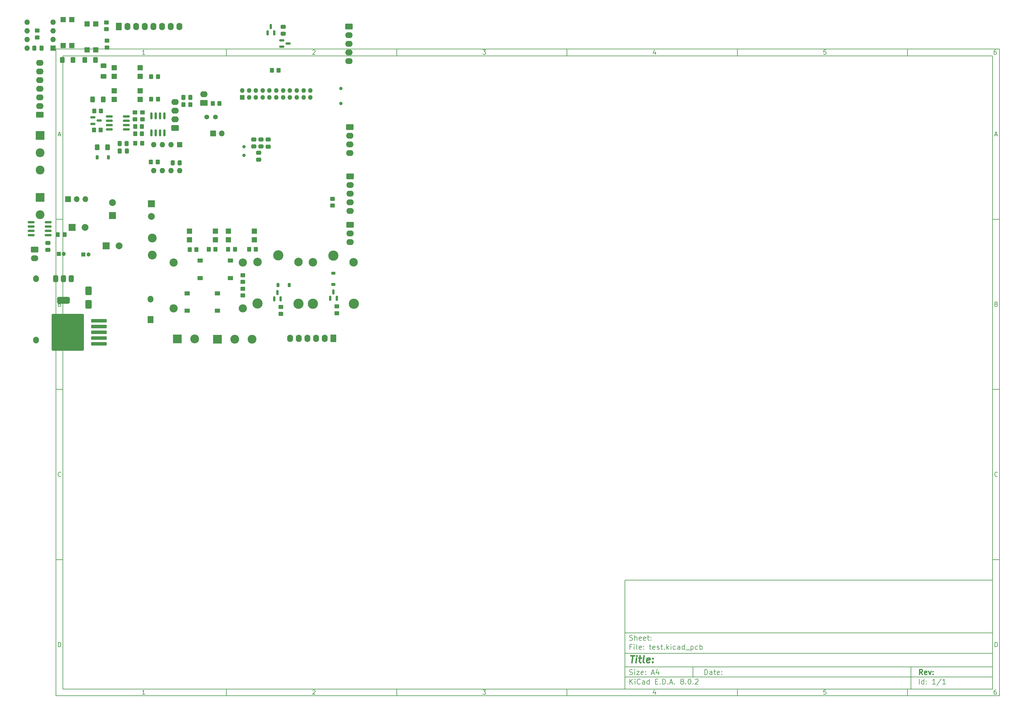
<source format=gbr>
%TF.GenerationSoftware,KiCad,Pcbnew,8.0.2-8.0.2-0~ubuntu22.04.1*%
%TF.CreationDate,2024-05-24T20:00:57+03:30*%
%TF.ProjectId,test,74657374-2e6b-4696-9361-645f70636258,rev?*%
%TF.SameCoordinates,Original*%
%TF.FileFunction,Soldermask,Bot*%
%TF.FilePolarity,Negative*%
%FSLAX46Y46*%
G04 Gerber Fmt 4.6, Leading zero omitted, Abs format (unit mm)*
G04 Created by KiCad (PCBNEW 8.0.2-8.0.2-0~ubuntu22.04.1) date 2024-05-24 20:00:57*
%MOMM*%
%LPD*%
G01*
G04 APERTURE LIST*
G04 Aperture macros list*
%AMRoundRect*
0 Rectangle with rounded corners*
0 $1 Rounding radius*
0 $2 $3 $4 $5 $6 $7 $8 $9 X,Y pos of 4 corners*
0 Add a 4 corners polygon primitive as box body*
4,1,4,$2,$3,$4,$5,$6,$7,$8,$9,$2,$3,0*
0 Add four circle primitives for the rounded corners*
1,1,$1+$1,$2,$3*
1,1,$1+$1,$4,$5*
1,1,$1+$1,$6,$7*
1,1,$1+$1,$8,$9*
0 Add four rect primitives between the rounded corners*
20,1,$1+$1,$2,$3,$4,$5,0*
20,1,$1+$1,$4,$5,$6,$7,0*
20,1,$1+$1,$6,$7,$8,$9,0*
20,1,$1+$1,$8,$9,$2,$3,0*%
G04 Aperture macros list end*
%ADD10C,0.100000*%
%ADD11C,0.150000*%
%ADD12C,0.300000*%
%ADD13C,0.400000*%
%ADD14C,3.000000*%
%ADD15C,2.500000*%
%ADD16R,2.000000X2.000000*%
%ADD17C,2.000000*%
%ADD18RoundRect,0.250000X0.845000X-0.620000X0.845000X0.620000X-0.845000X0.620000X-0.845000X-0.620000X0*%
%ADD19O,2.190000X1.740000*%
%ADD20R,1.700000X2.000000*%
%ADD21O,1.700000X2.000000*%
%ADD22RoundRect,0.250000X0.620000X0.845000X-0.620000X0.845000X-0.620000X-0.845000X0.620000X-0.845000X0*%
%ADD23O,1.740000X2.190000*%
%ADD24RoundRect,0.250000X-0.845000X0.620000X-0.845000X-0.620000X0.845000X-0.620000X0.845000X0.620000X0*%
%ADD25C,1.400000*%
%ADD26R,2.600000X2.600000*%
%ADD27C,2.600000*%
%ADD28C,2.400000*%
%ADD29O,2.400000X2.400000*%
%ADD30C,1.000000*%
%ADD31R,1.200000X1.200000*%
%ADD32C,1.200000*%
%ADD33R,1.600000X1.600000*%
%ADD34O,1.600000X1.600000*%
%ADD35R,1.700000X1.700000*%
%ADD36O,1.700000X1.700000*%
%ADD37RoundRect,0.250000X-0.620000X-0.845000X0.620000X-0.845000X0.620000X0.845000X-0.620000X0.845000X0*%
%ADD38R,1.350000X1.350000*%
%ADD39O,1.350000X1.350000*%
%ADD40RoundRect,0.375000X-0.375000X0.625000X-0.375000X-0.625000X0.375000X-0.625000X0.375000X0.625000X0*%
%ADD41RoundRect,0.500000X-1.400000X0.500000X-1.400000X-0.500000X1.400000X-0.500000X1.400000X0.500000X0*%
%ADD42RoundRect,0.250000X-0.450000X0.350000X-0.450000X-0.350000X0.450000X-0.350000X0.450000X0.350000X0*%
%ADD43RoundRect,0.150000X-0.587500X-0.150000X0.587500X-0.150000X0.587500X0.150000X-0.587500X0.150000X0*%
%ADD44RoundRect,0.250000X0.450000X-0.350000X0.450000X0.350000X-0.450000X0.350000X-0.450000X-0.350000X0*%
%ADD45R,1.500000X1.300000*%
%ADD46RoundRect,0.250000X-0.400000X-0.625000X0.400000X-0.625000X0.400000X0.625000X-0.400000X0.625000X0*%
%ADD47RoundRect,0.250000X0.350000X0.450000X-0.350000X0.450000X-0.350000X-0.450000X0.350000X-0.450000X0*%
%ADD48RoundRect,0.225000X-0.375000X0.225000X-0.375000X-0.225000X0.375000X-0.225000X0.375000X0.225000X0*%
%ADD49RoundRect,0.250000X0.337500X0.475000X-0.337500X0.475000X-0.337500X-0.475000X0.337500X-0.475000X0*%
%ADD50RoundRect,0.150000X0.150000X-0.587500X0.150000X0.587500X-0.150000X0.587500X-0.150000X-0.587500X0*%
%ADD51RoundRect,0.250000X0.475000X-0.337500X0.475000X0.337500X-0.475000X0.337500X-0.475000X-0.337500X0*%
%ADD52RoundRect,0.150000X-0.825000X-0.150000X0.825000X-0.150000X0.825000X0.150000X-0.825000X0.150000X0*%
%ADD53RoundRect,0.250000X-0.625000X0.400000X-0.625000X-0.400000X0.625000X-0.400000X0.625000X0.400000X0*%
%ADD54RoundRect,0.250000X2.050000X0.300000X-2.050000X0.300000X-2.050000X-0.300000X2.050000X-0.300000X0*%
%ADD55RoundRect,0.250002X4.449998X5.149998X-4.449998X5.149998X-4.449998X-5.149998X4.449998X-5.149998X0*%
%ADD56RoundRect,0.250000X-0.350000X-0.450000X0.350000X-0.450000X0.350000X0.450000X-0.350000X0.450000X0*%
%ADD57RoundRect,0.225000X0.225000X0.375000X-0.225000X0.375000X-0.225000X-0.375000X0.225000X-0.375000X0*%
%ADD58RoundRect,0.250000X0.400000X0.625000X-0.400000X0.625000X-0.400000X-0.625000X0.400000X-0.625000X0*%
%ADD59RoundRect,0.250000X-0.475000X0.337500X-0.475000X-0.337500X0.475000X-0.337500X0.475000X0.337500X0*%
%ADD60RoundRect,0.250000X-0.337500X-0.475000X0.337500X-0.475000X0.337500X0.475000X-0.337500X0.475000X0*%
%ADD61RoundRect,0.225000X-0.225000X-0.375000X0.225000X-0.375000X0.225000X0.375000X-0.225000X0.375000X0*%
%ADD62RoundRect,0.150000X-0.150000X0.825000X-0.150000X-0.825000X0.150000X-0.825000X0.150000X0.825000X0*%
%ADD63RoundRect,0.150000X0.825000X0.150000X-0.825000X0.150000X-0.825000X-0.150000X0.825000X-0.150000X0*%
%ADD64RoundRect,0.250000X0.650000X-1.000000X0.650000X1.000000X-0.650000X1.000000X-0.650000X-1.000000X0*%
G04 APERTURE END LIST*
D10*
D11*
X177002200Y-166007200D02*
X285002200Y-166007200D01*
X285002200Y-198007200D01*
X177002200Y-198007200D01*
X177002200Y-166007200D01*
D10*
D11*
X10000000Y-10000000D02*
X287002200Y-10000000D01*
X287002200Y-200007200D01*
X10000000Y-200007200D01*
X10000000Y-10000000D01*
D10*
D11*
X12000000Y-12000000D02*
X285002200Y-12000000D01*
X285002200Y-198007200D01*
X12000000Y-198007200D01*
X12000000Y-12000000D01*
D10*
D11*
X60000000Y-12000000D02*
X60000000Y-10000000D01*
D10*
D11*
X110000000Y-12000000D02*
X110000000Y-10000000D01*
D10*
D11*
X160000000Y-12000000D02*
X160000000Y-10000000D01*
D10*
D11*
X210000000Y-12000000D02*
X210000000Y-10000000D01*
D10*
D11*
X260000000Y-12000000D02*
X260000000Y-10000000D01*
D10*
D11*
X36089160Y-11593604D02*
X35346303Y-11593604D01*
X35717731Y-11593604D02*
X35717731Y-10293604D01*
X35717731Y-10293604D02*
X35593922Y-10479319D01*
X35593922Y-10479319D02*
X35470112Y-10603128D01*
X35470112Y-10603128D02*
X35346303Y-10665033D01*
D10*
D11*
X85346303Y-10417414D02*
X85408207Y-10355509D01*
X85408207Y-10355509D02*
X85532017Y-10293604D01*
X85532017Y-10293604D02*
X85841541Y-10293604D01*
X85841541Y-10293604D02*
X85965350Y-10355509D01*
X85965350Y-10355509D02*
X86027255Y-10417414D01*
X86027255Y-10417414D02*
X86089160Y-10541223D01*
X86089160Y-10541223D02*
X86089160Y-10665033D01*
X86089160Y-10665033D02*
X86027255Y-10850747D01*
X86027255Y-10850747D02*
X85284398Y-11593604D01*
X85284398Y-11593604D02*
X86089160Y-11593604D01*
D10*
D11*
X135284398Y-10293604D02*
X136089160Y-10293604D01*
X136089160Y-10293604D02*
X135655826Y-10788842D01*
X135655826Y-10788842D02*
X135841541Y-10788842D01*
X135841541Y-10788842D02*
X135965350Y-10850747D01*
X135965350Y-10850747D02*
X136027255Y-10912652D01*
X136027255Y-10912652D02*
X136089160Y-11036461D01*
X136089160Y-11036461D02*
X136089160Y-11345985D01*
X136089160Y-11345985D02*
X136027255Y-11469795D01*
X136027255Y-11469795D02*
X135965350Y-11531700D01*
X135965350Y-11531700D02*
X135841541Y-11593604D01*
X135841541Y-11593604D02*
X135470112Y-11593604D01*
X135470112Y-11593604D02*
X135346303Y-11531700D01*
X135346303Y-11531700D02*
X135284398Y-11469795D01*
D10*
D11*
X185965350Y-10726938D02*
X185965350Y-11593604D01*
X185655826Y-10231700D02*
X185346303Y-11160271D01*
X185346303Y-11160271D02*
X186151064Y-11160271D01*
D10*
D11*
X236027255Y-10293604D02*
X235408207Y-10293604D01*
X235408207Y-10293604D02*
X235346303Y-10912652D01*
X235346303Y-10912652D02*
X235408207Y-10850747D01*
X235408207Y-10850747D02*
X235532017Y-10788842D01*
X235532017Y-10788842D02*
X235841541Y-10788842D01*
X235841541Y-10788842D02*
X235965350Y-10850747D01*
X235965350Y-10850747D02*
X236027255Y-10912652D01*
X236027255Y-10912652D02*
X236089160Y-11036461D01*
X236089160Y-11036461D02*
X236089160Y-11345985D01*
X236089160Y-11345985D02*
X236027255Y-11469795D01*
X236027255Y-11469795D02*
X235965350Y-11531700D01*
X235965350Y-11531700D02*
X235841541Y-11593604D01*
X235841541Y-11593604D02*
X235532017Y-11593604D01*
X235532017Y-11593604D02*
X235408207Y-11531700D01*
X235408207Y-11531700D02*
X235346303Y-11469795D01*
D10*
D11*
X285965350Y-10293604D02*
X285717731Y-10293604D01*
X285717731Y-10293604D02*
X285593922Y-10355509D01*
X285593922Y-10355509D02*
X285532017Y-10417414D01*
X285532017Y-10417414D02*
X285408207Y-10603128D01*
X285408207Y-10603128D02*
X285346303Y-10850747D01*
X285346303Y-10850747D02*
X285346303Y-11345985D01*
X285346303Y-11345985D02*
X285408207Y-11469795D01*
X285408207Y-11469795D02*
X285470112Y-11531700D01*
X285470112Y-11531700D02*
X285593922Y-11593604D01*
X285593922Y-11593604D02*
X285841541Y-11593604D01*
X285841541Y-11593604D02*
X285965350Y-11531700D01*
X285965350Y-11531700D02*
X286027255Y-11469795D01*
X286027255Y-11469795D02*
X286089160Y-11345985D01*
X286089160Y-11345985D02*
X286089160Y-11036461D01*
X286089160Y-11036461D02*
X286027255Y-10912652D01*
X286027255Y-10912652D02*
X285965350Y-10850747D01*
X285965350Y-10850747D02*
X285841541Y-10788842D01*
X285841541Y-10788842D02*
X285593922Y-10788842D01*
X285593922Y-10788842D02*
X285470112Y-10850747D01*
X285470112Y-10850747D02*
X285408207Y-10912652D01*
X285408207Y-10912652D02*
X285346303Y-11036461D01*
D10*
D11*
X60000000Y-198007200D02*
X60000000Y-200007200D01*
D10*
D11*
X110000000Y-198007200D02*
X110000000Y-200007200D01*
D10*
D11*
X160000000Y-198007200D02*
X160000000Y-200007200D01*
D10*
D11*
X210000000Y-198007200D02*
X210000000Y-200007200D01*
D10*
D11*
X260000000Y-198007200D02*
X260000000Y-200007200D01*
D10*
D11*
X36089160Y-199600804D02*
X35346303Y-199600804D01*
X35717731Y-199600804D02*
X35717731Y-198300804D01*
X35717731Y-198300804D02*
X35593922Y-198486519D01*
X35593922Y-198486519D02*
X35470112Y-198610328D01*
X35470112Y-198610328D02*
X35346303Y-198672233D01*
D10*
D11*
X85346303Y-198424614D02*
X85408207Y-198362709D01*
X85408207Y-198362709D02*
X85532017Y-198300804D01*
X85532017Y-198300804D02*
X85841541Y-198300804D01*
X85841541Y-198300804D02*
X85965350Y-198362709D01*
X85965350Y-198362709D02*
X86027255Y-198424614D01*
X86027255Y-198424614D02*
X86089160Y-198548423D01*
X86089160Y-198548423D02*
X86089160Y-198672233D01*
X86089160Y-198672233D02*
X86027255Y-198857947D01*
X86027255Y-198857947D02*
X85284398Y-199600804D01*
X85284398Y-199600804D02*
X86089160Y-199600804D01*
D10*
D11*
X135284398Y-198300804D02*
X136089160Y-198300804D01*
X136089160Y-198300804D02*
X135655826Y-198796042D01*
X135655826Y-198796042D02*
X135841541Y-198796042D01*
X135841541Y-198796042D02*
X135965350Y-198857947D01*
X135965350Y-198857947D02*
X136027255Y-198919852D01*
X136027255Y-198919852D02*
X136089160Y-199043661D01*
X136089160Y-199043661D02*
X136089160Y-199353185D01*
X136089160Y-199353185D02*
X136027255Y-199476995D01*
X136027255Y-199476995D02*
X135965350Y-199538900D01*
X135965350Y-199538900D02*
X135841541Y-199600804D01*
X135841541Y-199600804D02*
X135470112Y-199600804D01*
X135470112Y-199600804D02*
X135346303Y-199538900D01*
X135346303Y-199538900D02*
X135284398Y-199476995D01*
D10*
D11*
X185965350Y-198734138D02*
X185965350Y-199600804D01*
X185655826Y-198238900D02*
X185346303Y-199167471D01*
X185346303Y-199167471D02*
X186151064Y-199167471D01*
D10*
D11*
X236027255Y-198300804D02*
X235408207Y-198300804D01*
X235408207Y-198300804D02*
X235346303Y-198919852D01*
X235346303Y-198919852D02*
X235408207Y-198857947D01*
X235408207Y-198857947D02*
X235532017Y-198796042D01*
X235532017Y-198796042D02*
X235841541Y-198796042D01*
X235841541Y-198796042D02*
X235965350Y-198857947D01*
X235965350Y-198857947D02*
X236027255Y-198919852D01*
X236027255Y-198919852D02*
X236089160Y-199043661D01*
X236089160Y-199043661D02*
X236089160Y-199353185D01*
X236089160Y-199353185D02*
X236027255Y-199476995D01*
X236027255Y-199476995D02*
X235965350Y-199538900D01*
X235965350Y-199538900D02*
X235841541Y-199600804D01*
X235841541Y-199600804D02*
X235532017Y-199600804D01*
X235532017Y-199600804D02*
X235408207Y-199538900D01*
X235408207Y-199538900D02*
X235346303Y-199476995D01*
D10*
D11*
X285965350Y-198300804D02*
X285717731Y-198300804D01*
X285717731Y-198300804D02*
X285593922Y-198362709D01*
X285593922Y-198362709D02*
X285532017Y-198424614D01*
X285532017Y-198424614D02*
X285408207Y-198610328D01*
X285408207Y-198610328D02*
X285346303Y-198857947D01*
X285346303Y-198857947D02*
X285346303Y-199353185D01*
X285346303Y-199353185D02*
X285408207Y-199476995D01*
X285408207Y-199476995D02*
X285470112Y-199538900D01*
X285470112Y-199538900D02*
X285593922Y-199600804D01*
X285593922Y-199600804D02*
X285841541Y-199600804D01*
X285841541Y-199600804D02*
X285965350Y-199538900D01*
X285965350Y-199538900D02*
X286027255Y-199476995D01*
X286027255Y-199476995D02*
X286089160Y-199353185D01*
X286089160Y-199353185D02*
X286089160Y-199043661D01*
X286089160Y-199043661D02*
X286027255Y-198919852D01*
X286027255Y-198919852D02*
X285965350Y-198857947D01*
X285965350Y-198857947D02*
X285841541Y-198796042D01*
X285841541Y-198796042D02*
X285593922Y-198796042D01*
X285593922Y-198796042D02*
X285470112Y-198857947D01*
X285470112Y-198857947D02*
X285408207Y-198919852D01*
X285408207Y-198919852D02*
X285346303Y-199043661D01*
D10*
D11*
X10000000Y-60000000D02*
X12000000Y-60000000D01*
D10*
D11*
X10000000Y-110000000D02*
X12000000Y-110000000D01*
D10*
D11*
X10000000Y-160000000D02*
X12000000Y-160000000D01*
D10*
D11*
X10690476Y-35222176D02*
X11309523Y-35222176D01*
X10566666Y-35593604D02*
X10999999Y-34293604D01*
X10999999Y-34293604D02*
X11433333Y-35593604D01*
D10*
D11*
X11092857Y-84912652D02*
X11278571Y-84974557D01*
X11278571Y-84974557D02*
X11340476Y-85036461D01*
X11340476Y-85036461D02*
X11402380Y-85160271D01*
X11402380Y-85160271D02*
X11402380Y-85345985D01*
X11402380Y-85345985D02*
X11340476Y-85469795D01*
X11340476Y-85469795D02*
X11278571Y-85531700D01*
X11278571Y-85531700D02*
X11154761Y-85593604D01*
X11154761Y-85593604D02*
X10659523Y-85593604D01*
X10659523Y-85593604D02*
X10659523Y-84293604D01*
X10659523Y-84293604D02*
X11092857Y-84293604D01*
X11092857Y-84293604D02*
X11216666Y-84355509D01*
X11216666Y-84355509D02*
X11278571Y-84417414D01*
X11278571Y-84417414D02*
X11340476Y-84541223D01*
X11340476Y-84541223D02*
X11340476Y-84665033D01*
X11340476Y-84665033D02*
X11278571Y-84788842D01*
X11278571Y-84788842D02*
X11216666Y-84850747D01*
X11216666Y-84850747D02*
X11092857Y-84912652D01*
X11092857Y-84912652D02*
X10659523Y-84912652D01*
D10*
D11*
X11402380Y-135469795D02*
X11340476Y-135531700D01*
X11340476Y-135531700D02*
X11154761Y-135593604D01*
X11154761Y-135593604D02*
X11030952Y-135593604D01*
X11030952Y-135593604D02*
X10845238Y-135531700D01*
X10845238Y-135531700D02*
X10721428Y-135407890D01*
X10721428Y-135407890D02*
X10659523Y-135284080D01*
X10659523Y-135284080D02*
X10597619Y-135036461D01*
X10597619Y-135036461D02*
X10597619Y-134850747D01*
X10597619Y-134850747D02*
X10659523Y-134603128D01*
X10659523Y-134603128D02*
X10721428Y-134479319D01*
X10721428Y-134479319D02*
X10845238Y-134355509D01*
X10845238Y-134355509D02*
X11030952Y-134293604D01*
X11030952Y-134293604D02*
X11154761Y-134293604D01*
X11154761Y-134293604D02*
X11340476Y-134355509D01*
X11340476Y-134355509D02*
X11402380Y-134417414D01*
D10*
D11*
X10659523Y-185593604D02*
X10659523Y-184293604D01*
X10659523Y-184293604D02*
X10969047Y-184293604D01*
X10969047Y-184293604D02*
X11154761Y-184355509D01*
X11154761Y-184355509D02*
X11278571Y-184479319D01*
X11278571Y-184479319D02*
X11340476Y-184603128D01*
X11340476Y-184603128D02*
X11402380Y-184850747D01*
X11402380Y-184850747D02*
X11402380Y-185036461D01*
X11402380Y-185036461D02*
X11340476Y-185284080D01*
X11340476Y-185284080D02*
X11278571Y-185407890D01*
X11278571Y-185407890D02*
X11154761Y-185531700D01*
X11154761Y-185531700D02*
X10969047Y-185593604D01*
X10969047Y-185593604D02*
X10659523Y-185593604D01*
D10*
D11*
X287002200Y-60000000D02*
X285002200Y-60000000D01*
D10*
D11*
X287002200Y-110000000D02*
X285002200Y-110000000D01*
D10*
D11*
X287002200Y-160000000D02*
X285002200Y-160000000D01*
D10*
D11*
X285692676Y-35222176D02*
X286311723Y-35222176D01*
X285568866Y-35593604D02*
X286002199Y-34293604D01*
X286002199Y-34293604D02*
X286435533Y-35593604D01*
D10*
D11*
X286095057Y-84912652D02*
X286280771Y-84974557D01*
X286280771Y-84974557D02*
X286342676Y-85036461D01*
X286342676Y-85036461D02*
X286404580Y-85160271D01*
X286404580Y-85160271D02*
X286404580Y-85345985D01*
X286404580Y-85345985D02*
X286342676Y-85469795D01*
X286342676Y-85469795D02*
X286280771Y-85531700D01*
X286280771Y-85531700D02*
X286156961Y-85593604D01*
X286156961Y-85593604D02*
X285661723Y-85593604D01*
X285661723Y-85593604D02*
X285661723Y-84293604D01*
X285661723Y-84293604D02*
X286095057Y-84293604D01*
X286095057Y-84293604D02*
X286218866Y-84355509D01*
X286218866Y-84355509D02*
X286280771Y-84417414D01*
X286280771Y-84417414D02*
X286342676Y-84541223D01*
X286342676Y-84541223D02*
X286342676Y-84665033D01*
X286342676Y-84665033D02*
X286280771Y-84788842D01*
X286280771Y-84788842D02*
X286218866Y-84850747D01*
X286218866Y-84850747D02*
X286095057Y-84912652D01*
X286095057Y-84912652D02*
X285661723Y-84912652D01*
D10*
D11*
X286404580Y-135469795D02*
X286342676Y-135531700D01*
X286342676Y-135531700D02*
X286156961Y-135593604D01*
X286156961Y-135593604D02*
X286033152Y-135593604D01*
X286033152Y-135593604D02*
X285847438Y-135531700D01*
X285847438Y-135531700D02*
X285723628Y-135407890D01*
X285723628Y-135407890D02*
X285661723Y-135284080D01*
X285661723Y-135284080D02*
X285599819Y-135036461D01*
X285599819Y-135036461D02*
X285599819Y-134850747D01*
X285599819Y-134850747D02*
X285661723Y-134603128D01*
X285661723Y-134603128D02*
X285723628Y-134479319D01*
X285723628Y-134479319D02*
X285847438Y-134355509D01*
X285847438Y-134355509D02*
X286033152Y-134293604D01*
X286033152Y-134293604D02*
X286156961Y-134293604D01*
X286156961Y-134293604D02*
X286342676Y-134355509D01*
X286342676Y-134355509D02*
X286404580Y-134417414D01*
D10*
D11*
X285661723Y-185593604D02*
X285661723Y-184293604D01*
X285661723Y-184293604D02*
X285971247Y-184293604D01*
X285971247Y-184293604D02*
X286156961Y-184355509D01*
X286156961Y-184355509D02*
X286280771Y-184479319D01*
X286280771Y-184479319D02*
X286342676Y-184603128D01*
X286342676Y-184603128D02*
X286404580Y-184850747D01*
X286404580Y-184850747D02*
X286404580Y-185036461D01*
X286404580Y-185036461D02*
X286342676Y-185284080D01*
X286342676Y-185284080D02*
X286280771Y-185407890D01*
X286280771Y-185407890D02*
X286156961Y-185531700D01*
X286156961Y-185531700D02*
X285971247Y-185593604D01*
X285971247Y-185593604D02*
X285661723Y-185593604D01*
D10*
D11*
X200458026Y-193793328D02*
X200458026Y-192293328D01*
X200458026Y-192293328D02*
X200815169Y-192293328D01*
X200815169Y-192293328D02*
X201029455Y-192364757D01*
X201029455Y-192364757D02*
X201172312Y-192507614D01*
X201172312Y-192507614D02*
X201243741Y-192650471D01*
X201243741Y-192650471D02*
X201315169Y-192936185D01*
X201315169Y-192936185D02*
X201315169Y-193150471D01*
X201315169Y-193150471D02*
X201243741Y-193436185D01*
X201243741Y-193436185D02*
X201172312Y-193579042D01*
X201172312Y-193579042D02*
X201029455Y-193721900D01*
X201029455Y-193721900D02*
X200815169Y-193793328D01*
X200815169Y-193793328D02*
X200458026Y-193793328D01*
X202600884Y-193793328D02*
X202600884Y-193007614D01*
X202600884Y-193007614D02*
X202529455Y-192864757D01*
X202529455Y-192864757D02*
X202386598Y-192793328D01*
X202386598Y-192793328D02*
X202100884Y-192793328D01*
X202100884Y-192793328D02*
X201958026Y-192864757D01*
X202600884Y-193721900D02*
X202458026Y-193793328D01*
X202458026Y-193793328D02*
X202100884Y-193793328D01*
X202100884Y-193793328D02*
X201958026Y-193721900D01*
X201958026Y-193721900D02*
X201886598Y-193579042D01*
X201886598Y-193579042D02*
X201886598Y-193436185D01*
X201886598Y-193436185D02*
X201958026Y-193293328D01*
X201958026Y-193293328D02*
X202100884Y-193221900D01*
X202100884Y-193221900D02*
X202458026Y-193221900D01*
X202458026Y-193221900D02*
X202600884Y-193150471D01*
X203100884Y-192793328D02*
X203672312Y-192793328D01*
X203315169Y-192293328D02*
X203315169Y-193579042D01*
X203315169Y-193579042D02*
X203386598Y-193721900D01*
X203386598Y-193721900D02*
X203529455Y-193793328D01*
X203529455Y-193793328D02*
X203672312Y-193793328D01*
X204743741Y-193721900D02*
X204600884Y-193793328D01*
X204600884Y-193793328D02*
X204315170Y-193793328D01*
X204315170Y-193793328D02*
X204172312Y-193721900D01*
X204172312Y-193721900D02*
X204100884Y-193579042D01*
X204100884Y-193579042D02*
X204100884Y-193007614D01*
X204100884Y-193007614D02*
X204172312Y-192864757D01*
X204172312Y-192864757D02*
X204315170Y-192793328D01*
X204315170Y-192793328D02*
X204600884Y-192793328D01*
X204600884Y-192793328D02*
X204743741Y-192864757D01*
X204743741Y-192864757D02*
X204815170Y-193007614D01*
X204815170Y-193007614D02*
X204815170Y-193150471D01*
X204815170Y-193150471D02*
X204100884Y-193293328D01*
X205458026Y-193650471D02*
X205529455Y-193721900D01*
X205529455Y-193721900D02*
X205458026Y-193793328D01*
X205458026Y-193793328D02*
X205386598Y-193721900D01*
X205386598Y-193721900D02*
X205458026Y-193650471D01*
X205458026Y-193650471D02*
X205458026Y-193793328D01*
X205458026Y-192864757D02*
X205529455Y-192936185D01*
X205529455Y-192936185D02*
X205458026Y-193007614D01*
X205458026Y-193007614D02*
X205386598Y-192936185D01*
X205386598Y-192936185D02*
X205458026Y-192864757D01*
X205458026Y-192864757D02*
X205458026Y-193007614D01*
D10*
D11*
X177002200Y-194507200D02*
X285002200Y-194507200D01*
D10*
D11*
X178458026Y-196593328D02*
X178458026Y-195093328D01*
X179315169Y-196593328D02*
X178672312Y-195736185D01*
X179315169Y-195093328D02*
X178458026Y-195950471D01*
X179958026Y-196593328D02*
X179958026Y-195593328D01*
X179958026Y-195093328D02*
X179886598Y-195164757D01*
X179886598Y-195164757D02*
X179958026Y-195236185D01*
X179958026Y-195236185D02*
X180029455Y-195164757D01*
X180029455Y-195164757D02*
X179958026Y-195093328D01*
X179958026Y-195093328D02*
X179958026Y-195236185D01*
X181529455Y-196450471D02*
X181458027Y-196521900D01*
X181458027Y-196521900D02*
X181243741Y-196593328D01*
X181243741Y-196593328D02*
X181100884Y-196593328D01*
X181100884Y-196593328D02*
X180886598Y-196521900D01*
X180886598Y-196521900D02*
X180743741Y-196379042D01*
X180743741Y-196379042D02*
X180672312Y-196236185D01*
X180672312Y-196236185D02*
X180600884Y-195950471D01*
X180600884Y-195950471D02*
X180600884Y-195736185D01*
X180600884Y-195736185D02*
X180672312Y-195450471D01*
X180672312Y-195450471D02*
X180743741Y-195307614D01*
X180743741Y-195307614D02*
X180886598Y-195164757D01*
X180886598Y-195164757D02*
X181100884Y-195093328D01*
X181100884Y-195093328D02*
X181243741Y-195093328D01*
X181243741Y-195093328D02*
X181458027Y-195164757D01*
X181458027Y-195164757D02*
X181529455Y-195236185D01*
X182815170Y-196593328D02*
X182815170Y-195807614D01*
X182815170Y-195807614D02*
X182743741Y-195664757D01*
X182743741Y-195664757D02*
X182600884Y-195593328D01*
X182600884Y-195593328D02*
X182315170Y-195593328D01*
X182315170Y-195593328D02*
X182172312Y-195664757D01*
X182815170Y-196521900D02*
X182672312Y-196593328D01*
X182672312Y-196593328D02*
X182315170Y-196593328D01*
X182315170Y-196593328D02*
X182172312Y-196521900D01*
X182172312Y-196521900D02*
X182100884Y-196379042D01*
X182100884Y-196379042D02*
X182100884Y-196236185D01*
X182100884Y-196236185D02*
X182172312Y-196093328D01*
X182172312Y-196093328D02*
X182315170Y-196021900D01*
X182315170Y-196021900D02*
X182672312Y-196021900D01*
X182672312Y-196021900D02*
X182815170Y-195950471D01*
X184172313Y-196593328D02*
X184172313Y-195093328D01*
X184172313Y-196521900D02*
X184029455Y-196593328D01*
X184029455Y-196593328D02*
X183743741Y-196593328D01*
X183743741Y-196593328D02*
X183600884Y-196521900D01*
X183600884Y-196521900D02*
X183529455Y-196450471D01*
X183529455Y-196450471D02*
X183458027Y-196307614D01*
X183458027Y-196307614D02*
X183458027Y-195879042D01*
X183458027Y-195879042D02*
X183529455Y-195736185D01*
X183529455Y-195736185D02*
X183600884Y-195664757D01*
X183600884Y-195664757D02*
X183743741Y-195593328D01*
X183743741Y-195593328D02*
X184029455Y-195593328D01*
X184029455Y-195593328D02*
X184172313Y-195664757D01*
X186029455Y-195807614D02*
X186529455Y-195807614D01*
X186743741Y-196593328D02*
X186029455Y-196593328D01*
X186029455Y-196593328D02*
X186029455Y-195093328D01*
X186029455Y-195093328D02*
X186743741Y-195093328D01*
X187386598Y-196450471D02*
X187458027Y-196521900D01*
X187458027Y-196521900D02*
X187386598Y-196593328D01*
X187386598Y-196593328D02*
X187315170Y-196521900D01*
X187315170Y-196521900D02*
X187386598Y-196450471D01*
X187386598Y-196450471D02*
X187386598Y-196593328D01*
X188100884Y-196593328D02*
X188100884Y-195093328D01*
X188100884Y-195093328D02*
X188458027Y-195093328D01*
X188458027Y-195093328D02*
X188672313Y-195164757D01*
X188672313Y-195164757D02*
X188815170Y-195307614D01*
X188815170Y-195307614D02*
X188886599Y-195450471D01*
X188886599Y-195450471D02*
X188958027Y-195736185D01*
X188958027Y-195736185D02*
X188958027Y-195950471D01*
X188958027Y-195950471D02*
X188886599Y-196236185D01*
X188886599Y-196236185D02*
X188815170Y-196379042D01*
X188815170Y-196379042D02*
X188672313Y-196521900D01*
X188672313Y-196521900D02*
X188458027Y-196593328D01*
X188458027Y-196593328D02*
X188100884Y-196593328D01*
X189600884Y-196450471D02*
X189672313Y-196521900D01*
X189672313Y-196521900D02*
X189600884Y-196593328D01*
X189600884Y-196593328D02*
X189529456Y-196521900D01*
X189529456Y-196521900D02*
X189600884Y-196450471D01*
X189600884Y-196450471D02*
X189600884Y-196593328D01*
X190243742Y-196164757D02*
X190958028Y-196164757D01*
X190100885Y-196593328D02*
X190600885Y-195093328D01*
X190600885Y-195093328D02*
X191100885Y-196593328D01*
X191600884Y-196450471D02*
X191672313Y-196521900D01*
X191672313Y-196521900D02*
X191600884Y-196593328D01*
X191600884Y-196593328D02*
X191529456Y-196521900D01*
X191529456Y-196521900D02*
X191600884Y-196450471D01*
X191600884Y-196450471D02*
X191600884Y-196593328D01*
X193672313Y-195736185D02*
X193529456Y-195664757D01*
X193529456Y-195664757D02*
X193458027Y-195593328D01*
X193458027Y-195593328D02*
X193386599Y-195450471D01*
X193386599Y-195450471D02*
X193386599Y-195379042D01*
X193386599Y-195379042D02*
X193458027Y-195236185D01*
X193458027Y-195236185D02*
X193529456Y-195164757D01*
X193529456Y-195164757D02*
X193672313Y-195093328D01*
X193672313Y-195093328D02*
X193958027Y-195093328D01*
X193958027Y-195093328D02*
X194100885Y-195164757D01*
X194100885Y-195164757D02*
X194172313Y-195236185D01*
X194172313Y-195236185D02*
X194243742Y-195379042D01*
X194243742Y-195379042D02*
X194243742Y-195450471D01*
X194243742Y-195450471D02*
X194172313Y-195593328D01*
X194172313Y-195593328D02*
X194100885Y-195664757D01*
X194100885Y-195664757D02*
X193958027Y-195736185D01*
X193958027Y-195736185D02*
X193672313Y-195736185D01*
X193672313Y-195736185D02*
X193529456Y-195807614D01*
X193529456Y-195807614D02*
X193458027Y-195879042D01*
X193458027Y-195879042D02*
X193386599Y-196021900D01*
X193386599Y-196021900D02*
X193386599Y-196307614D01*
X193386599Y-196307614D02*
X193458027Y-196450471D01*
X193458027Y-196450471D02*
X193529456Y-196521900D01*
X193529456Y-196521900D02*
X193672313Y-196593328D01*
X193672313Y-196593328D02*
X193958027Y-196593328D01*
X193958027Y-196593328D02*
X194100885Y-196521900D01*
X194100885Y-196521900D02*
X194172313Y-196450471D01*
X194172313Y-196450471D02*
X194243742Y-196307614D01*
X194243742Y-196307614D02*
X194243742Y-196021900D01*
X194243742Y-196021900D02*
X194172313Y-195879042D01*
X194172313Y-195879042D02*
X194100885Y-195807614D01*
X194100885Y-195807614D02*
X193958027Y-195736185D01*
X194886598Y-196450471D02*
X194958027Y-196521900D01*
X194958027Y-196521900D02*
X194886598Y-196593328D01*
X194886598Y-196593328D02*
X194815170Y-196521900D01*
X194815170Y-196521900D02*
X194886598Y-196450471D01*
X194886598Y-196450471D02*
X194886598Y-196593328D01*
X195886599Y-195093328D02*
X196029456Y-195093328D01*
X196029456Y-195093328D02*
X196172313Y-195164757D01*
X196172313Y-195164757D02*
X196243742Y-195236185D01*
X196243742Y-195236185D02*
X196315170Y-195379042D01*
X196315170Y-195379042D02*
X196386599Y-195664757D01*
X196386599Y-195664757D02*
X196386599Y-196021900D01*
X196386599Y-196021900D02*
X196315170Y-196307614D01*
X196315170Y-196307614D02*
X196243742Y-196450471D01*
X196243742Y-196450471D02*
X196172313Y-196521900D01*
X196172313Y-196521900D02*
X196029456Y-196593328D01*
X196029456Y-196593328D02*
X195886599Y-196593328D01*
X195886599Y-196593328D02*
X195743742Y-196521900D01*
X195743742Y-196521900D02*
X195672313Y-196450471D01*
X195672313Y-196450471D02*
X195600884Y-196307614D01*
X195600884Y-196307614D02*
X195529456Y-196021900D01*
X195529456Y-196021900D02*
X195529456Y-195664757D01*
X195529456Y-195664757D02*
X195600884Y-195379042D01*
X195600884Y-195379042D02*
X195672313Y-195236185D01*
X195672313Y-195236185D02*
X195743742Y-195164757D01*
X195743742Y-195164757D02*
X195886599Y-195093328D01*
X197029455Y-196450471D02*
X197100884Y-196521900D01*
X197100884Y-196521900D02*
X197029455Y-196593328D01*
X197029455Y-196593328D02*
X196958027Y-196521900D01*
X196958027Y-196521900D02*
X197029455Y-196450471D01*
X197029455Y-196450471D02*
X197029455Y-196593328D01*
X197672313Y-195236185D02*
X197743741Y-195164757D01*
X197743741Y-195164757D02*
X197886599Y-195093328D01*
X197886599Y-195093328D02*
X198243741Y-195093328D01*
X198243741Y-195093328D02*
X198386599Y-195164757D01*
X198386599Y-195164757D02*
X198458027Y-195236185D01*
X198458027Y-195236185D02*
X198529456Y-195379042D01*
X198529456Y-195379042D02*
X198529456Y-195521900D01*
X198529456Y-195521900D02*
X198458027Y-195736185D01*
X198458027Y-195736185D02*
X197600884Y-196593328D01*
X197600884Y-196593328D02*
X198529456Y-196593328D01*
D10*
D11*
X177002200Y-191507200D02*
X285002200Y-191507200D01*
D10*
D12*
X264413853Y-193785528D02*
X263913853Y-193071242D01*
X263556710Y-193785528D02*
X263556710Y-192285528D01*
X263556710Y-192285528D02*
X264128139Y-192285528D01*
X264128139Y-192285528D02*
X264270996Y-192356957D01*
X264270996Y-192356957D02*
X264342425Y-192428385D01*
X264342425Y-192428385D02*
X264413853Y-192571242D01*
X264413853Y-192571242D02*
X264413853Y-192785528D01*
X264413853Y-192785528D02*
X264342425Y-192928385D01*
X264342425Y-192928385D02*
X264270996Y-192999814D01*
X264270996Y-192999814D02*
X264128139Y-193071242D01*
X264128139Y-193071242D02*
X263556710Y-193071242D01*
X265628139Y-193714100D02*
X265485282Y-193785528D01*
X265485282Y-193785528D02*
X265199568Y-193785528D01*
X265199568Y-193785528D02*
X265056710Y-193714100D01*
X265056710Y-193714100D02*
X264985282Y-193571242D01*
X264985282Y-193571242D02*
X264985282Y-192999814D01*
X264985282Y-192999814D02*
X265056710Y-192856957D01*
X265056710Y-192856957D02*
X265199568Y-192785528D01*
X265199568Y-192785528D02*
X265485282Y-192785528D01*
X265485282Y-192785528D02*
X265628139Y-192856957D01*
X265628139Y-192856957D02*
X265699568Y-192999814D01*
X265699568Y-192999814D02*
X265699568Y-193142671D01*
X265699568Y-193142671D02*
X264985282Y-193285528D01*
X266199567Y-192785528D02*
X266556710Y-193785528D01*
X266556710Y-193785528D02*
X266913853Y-192785528D01*
X267485281Y-193642671D02*
X267556710Y-193714100D01*
X267556710Y-193714100D02*
X267485281Y-193785528D01*
X267485281Y-193785528D02*
X267413853Y-193714100D01*
X267413853Y-193714100D02*
X267485281Y-193642671D01*
X267485281Y-193642671D02*
X267485281Y-193785528D01*
X267485281Y-192856957D02*
X267556710Y-192928385D01*
X267556710Y-192928385D02*
X267485281Y-192999814D01*
X267485281Y-192999814D02*
X267413853Y-192928385D01*
X267413853Y-192928385D02*
X267485281Y-192856957D01*
X267485281Y-192856957D02*
X267485281Y-192999814D01*
D10*
D11*
X178386598Y-193721900D02*
X178600884Y-193793328D01*
X178600884Y-193793328D02*
X178958026Y-193793328D01*
X178958026Y-193793328D02*
X179100884Y-193721900D01*
X179100884Y-193721900D02*
X179172312Y-193650471D01*
X179172312Y-193650471D02*
X179243741Y-193507614D01*
X179243741Y-193507614D02*
X179243741Y-193364757D01*
X179243741Y-193364757D02*
X179172312Y-193221900D01*
X179172312Y-193221900D02*
X179100884Y-193150471D01*
X179100884Y-193150471D02*
X178958026Y-193079042D01*
X178958026Y-193079042D02*
X178672312Y-193007614D01*
X178672312Y-193007614D02*
X178529455Y-192936185D01*
X178529455Y-192936185D02*
X178458026Y-192864757D01*
X178458026Y-192864757D02*
X178386598Y-192721900D01*
X178386598Y-192721900D02*
X178386598Y-192579042D01*
X178386598Y-192579042D02*
X178458026Y-192436185D01*
X178458026Y-192436185D02*
X178529455Y-192364757D01*
X178529455Y-192364757D02*
X178672312Y-192293328D01*
X178672312Y-192293328D02*
X179029455Y-192293328D01*
X179029455Y-192293328D02*
X179243741Y-192364757D01*
X179886597Y-193793328D02*
X179886597Y-192793328D01*
X179886597Y-192293328D02*
X179815169Y-192364757D01*
X179815169Y-192364757D02*
X179886597Y-192436185D01*
X179886597Y-192436185D02*
X179958026Y-192364757D01*
X179958026Y-192364757D02*
X179886597Y-192293328D01*
X179886597Y-192293328D02*
X179886597Y-192436185D01*
X180458026Y-192793328D02*
X181243741Y-192793328D01*
X181243741Y-192793328D02*
X180458026Y-193793328D01*
X180458026Y-193793328D02*
X181243741Y-193793328D01*
X182386598Y-193721900D02*
X182243741Y-193793328D01*
X182243741Y-193793328D02*
X181958027Y-193793328D01*
X181958027Y-193793328D02*
X181815169Y-193721900D01*
X181815169Y-193721900D02*
X181743741Y-193579042D01*
X181743741Y-193579042D02*
X181743741Y-193007614D01*
X181743741Y-193007614D02*
X181815169Y-192864757D01*
X181815169Y-192864757D02*
X181958027Y-192793328D01*
X181958027Y-192793328D02*
X182243741Y-192793328D01*
X182243741Y-192793328D02*
X182386598Y-192864757D01*
X182386598Y-192864757D02*
X182458027Y-193007614D01*
X182458027Y-193007614D02*
X182458027Y-193150471D01*
X182458027Y-193150471D02*
X181743741Y-193293328D01*
X183100883Y-193650471D02*
X183172312Y-193721900D01*
X183172312Y-193721900D02*
X183100883Y-193793328D01*
X183100883Y-193793328D02*
X183029455Y-193721900D01*
X183029455Y-193721900D02*
X183100883Y-193650471D01*
X183100883Y-193650471D02*
X183100883Y-193793328D01*
X183100883Y-192864757D02*
X183172312Y-192936185D01*
X183172312Y-192936185D02*
X183100883Y-193007614D01*
X183100883Y-193007614D02*
X183029455Y-192936185D01*
X183029455Y-192936185D02*
X183100883Y-192864757D01*
X183100883Y-192864757D02*
X183100883Y-193007614D01*
X184886598Y-193364757D02*
X185600884Y-193364757D01*
X184743741Y-193793328D02*
X185243741Y-192293328D01*
X185243741Y-192293328D02*
X185743741Y-193793328D01*
X186886598Y-192793328D02*
X186886598Y-193793328D01*
X186529455Y-192221900D02*
X186172312Y-193293328D01*
X186172312Y-193293328D02*
X187100883Y-193293328D01*
D10*
D11*
X263458026Y-196593328D02*
X263458026Y-195093328D01*
X264815170Y-196593328D02*
X264815170Y-195093328D01*
X264815170Y-196521900D02*
X264672312Y-196593328D01*
X264672312Y-196593328D02*
X264386598Y-196593328D01*
X264386598Y-196593328D02*
X264243741Y-196521900D01*
X264243741Y-196521900D02*
X264172312Y-196450471D01*
X264172312Y-196450471D02*
X264100884Y-196307614D01*
X264100884Y-196307614D02*
X264100884Y-195879042D01*
X264100884Y-195879042D02*
X264172312Y-195736185D01*
X264172312Y-195736185D02*
X264243741Y-195664757D01*
X264243741Y-195664757D02*
X264386598Y-195593328D01*
X264386598Y-195593328D02*
X264672312Y-195593328D01*
X264672312Y-195593328D02*
X264815170Y-195664757D01*
X265529455Y-196450471D02*
X265600884Y-196521900D01*
X265600884Y-196521900D02*
X265529455Y-196593328D01*
X265529455Y-196593328D02*
X265458027Y-196521900D01*
X265458027Y-196521900D02*
X265529455Y-196450471D01*
X265529455Y-196450471D02*
X265529455Y-196593328D01*
X265529455Y-195664757D02*
X265600884Y-195736185D01*
X265600884Y-195736185D02*
X265529455Y-195807614D01*
X265529455Y-195807614D02*
X265458027Y-195736185D01*
X265458027Y-195736185D02*
X265529455Y-195664757D01*
X265529455Y-195664757D02*
X265529455Y-195807614D01*
X268172313Y-196593328D02*
X267315170Y-196593328D01*
X267743741Y-196593328D02*
X267743741Y-195093328D01*
X267743741Y-195093328D02*
X267600884Y-195307614D01*
X267600884Y-195307614D02*
X267458027Y-195450471D01*
X267458027Y-195450471D02*
X267315170Y-195521900D01*
X269886598Y-195021900D02*
X268600884Y-196950471D01*
X271172313Y-196593328D02*
X270315170Y-196593328D01*
X270743741Y-196593328D02*
X270743741Y-195093328D01*
X270743741Y-195093328D02*
X270600884Y-195307614D01*
X270600884Y-195307614D02*
X270458027Y-195450471D01*
X270458027Y-195450471D02*
X270315170Y-195521900D01*
D10*
D11*
X177002200Y-187507200D02*
X285002200Y-187507200D01*
D10*
D13*
X178693928Y-188211638D02*
X179836785Y-188211638D01*
X179015357Y-190211638D02*
X179265357Y-188211638D01*
X180253452Y-190211638D02*
X180420119Y-188878304D01*
X180503452Y-188211638D02*
X180396309Y-188306876D01*
X180396309Y-188306876D02*
X180479643Y-188402114D01*
X180479643Y-188402114D02*
X180586786Y-188306876D01*
X180586786Y-188306876D02*
X180503452Y-188211638D01*
X180503452Y-188211638D02*
X180479643Y-188402114D01*
X181086786Y-188878304D02*
X181848690Y-188878304D01*
X181455833Y-188211638D02*
X181241548Y-189925923D01*
X181241548Y-189925923D02*
X181312976Y-190116400D01*
X181312976Y-190116400D02*
X181491548Y-190211638D01*
X181491548Y-190211638D02*
X181682024Y-190211638D01*
X182634405Y-190211638D02*
X182455833Y-190116400D01*
X182455833Y-190116400D02*
X182384405Y-189925923D01*
X182384405Y-189925923D02*
X182598690Y-188211638D01*
X184170119Y-190116400D02*
X183967738Y-190211638D01*
X183967738Y-190211638D02*
X183586785Y-190211638D01*
X183586785Y-190211638D02*
X183408214Y-190116400D01*
X183408214Y-190116400D02*
X183336785Y-189925923D01*
X183336785Y-189925923D02*
X183432024Y-189164019D01*
X183432024Y-189164019D02*
X183551071Y-188973542D01*
X183551071Y-188973542D02*
X183753452Y-188878304D01*
X183753452Y-188878304D02*
X184134404Y-188878304D01*
X184134404Y-188878304D02*
X184312976Y-188973542D01*
X184312976Y-188973542D02*
X184384404Y-189164019D01*
X184384404Y-189164019D02*
X184360595Y-189354495D01*
X184360595Y-189354495D02*
X183384404Y-189544971D01*
X185134405Y-190021161D02*
X185217738Y-190116400D01*
X185217738Y-190116400D02*
X185110595Y-190211638D01*
X185110595Y-190211638D02*
X185027262Y-190116400D01*
X185027262Y-190116400D02*
X185134405Y-190021161D01*
X185134405Y-190021161D02*
X185110595Y-190211638D01*
X185265357Y-188973542D02*
X185348690Y-189068780D01*
X185348690Y-189068780D02*
X185241548Y-189164019D01*
X185241548Y-189164019D02*
X185158214Y-189068780D01*
X185158214Y-189068780D02*
X185265357Y-188973542D01*
X185265357Y-188973542D02*
X185241548Y-189164019D01*
D10*
D11*
X178958026Y-185607614D02*
X178458026Y-185607614D01*
X178458026Y-186393328D02*
X178458026Y-184893328D01*
X178458026Y-184893328D02*
X179172312Y-184893328D01*
X179743740Y-186393328D02*
X179743740Y-185393328D01*
X179743740Y-184893328D02*
X179672312Y-184964757D01*
X179672312Y-184964757D02*
X179743740Y-185036185D01*
X179743740Y-185036185D02*
X179815169Y-184964757D01*
X179815169Y-184964757D02*
X179743740Y-184893328D01*
X179743740Y-184893328D02*
X179743740Y-185036185D01*
X180672312Y-186393328D02*
X180529455Y-186321900D01*
X180529455Y-186321900D02*
X180458026Y-186179042D01*
X180458026Y-186179042D02*
X180458026Y-184893328D01*
X181815169Y-186321900D02*
X181672312Y-186393328D01*
X181672312Y-186393328D02*
X181386598Y-186393328D01*
X181386598Y-186393328D02*
X181243740Y-186321900D01*
X181243740Y-186321900D02*
X181172312Y-186179042D01*
X181172312Y-186179042D02*
X181172312Y-185607614D01*
X181172312Y-185607614D02*
X181243740Y-185464757D01*
X181243740Y-185464757D02*
X181386598Y-185393328D01*
X181386598Y-185393328D02*
X181672312Y-185393328D01*
X181672312Y-185393328D02*
X181815169Y-185464757D01*
X181815169Y-185464757D02*
X181886598Y-185607614D01*
X181886598Y-185607614D02*
X181886598Y-185750471D01*
X181886598Y-185750471D02*
X181172312Y-185893328D01*
X182529454Y-186250471D02*
X182600883Y-186321900D01*
X182600883Y-186321900D02*
X182529454Y-186393328D01*
X182529454Y-186393328D02*
X182458026Y-186321900D01*
X182458026Y-186321900D02*
X182529454Y-186250471D01*
X182529454Y-186250471D02*
X182529454Y-186393328D01*
X182529454Y-185464757D02*
X182600883Y-185536185D01*
X182600883Y-185536185D02*
X182529454Y-185607614D01*
X182529454Y-185607614D02*
X182458026Y-185536185D01*
X182458026Y-185536185D02*
X182529454Y-185464757D01*
X182529454Y-185464757D02*
X182529454Y-185607614D01*
X184172312Y-185393328D02*
X184743740Y-185393328D01*
X184386597Y-184893328D02*
X184386597Y-186179042D01*
X184386597Y-186179042D02*
X184458026Y-186321900D01*
X184458026Y-186321900D02*
X184600883Y-186393328D01*
X184600883Y-186393328D02*
X184743740Y-186393328D01*
X185815169Y-186321900D02*
X185672312Y-186393328D01*
X185672312Y-186393328D02*
X185386598Y-186393328D01*
X185386598Y-186393328D02*
X185243740Y-186321900D01*
X185243740Y-186321900D02*
X185172312Y-186179042D01*
X185172312Y-186179042D02*
X185172312Y-185607614D01*
X185172312Y-185607614D02*
X185243740Y-185464757D01*
X185243740Y-185464757D02*
X185386598Y-185393328D01*
X185386598Y-185393328D02*
X185672312Y-185393328D01*
X185672312Y-185393328D02*
X185815169Y-185464757D01*
X185815169Y-185464757D02*
X185886598Y-185607614D01*
X185886598Y-185607614D02*
X185886598Y-185750471D01*
X185886598Y-185750471D02*
X185172312Y-185893328D01*
X186458026Y-186321900D02*
X186600883Y-186393328D01*
X186600883Y-186393328D02*
X186886597Y-186393328D01*
X186886597Y-186393328D02*
X187029454Y-186321900D01*
X187029454Y-186321900D02*
X187100883Y-186179042D01*
X187100883Y-186179042D02*
X187100883Y-186107614D01*
X187100883Y-186107614D02*
X187029454Y-185964757D01*
X187029454Y-185964757D02*
X186886597Y-185893328D01*
X186886597Y-185893328D02*
X186672312Y-185893328D01*
X186672312Y-185893328D02*
X186529454Y-185821900D01*
X186529454Y-185821900D02*
X186458026Y-185679042D01*
X186458026Y-185679042D02*
X186458026Y-185607614D01*
X186458026Y-185607614D02*
X186529454Y-185464757D01*
X186529454Y-185464757D02*
X186672312Y-185393328D01*
X186672312Y-185393328D02*
X186886597Y-185393328D01*
X186886597Y-185393328D02*
X187029454Y-185464757D01*
X187529455Y-185393328D02*
X188100883Y-185393328D01*
X187743740Y-184893328D02*
X187743740Y-186179042D01*
X187743740Y-186179042D02*
X187815169Y-186321900D01*
X187815169Y-186321900D02*
X187958026Y-186393328D01*
X187958026Y-186393328D02*
X188100883Y-186393328D01*
X188600883Y-186250471D02*
X188672312Y-186321900D01*
X188672312Y-186321900D02*
X188600883Y-186393328D01*
X188600883Y-186393328D02*
X188529455Y-186321900D01*
X188529455Y-186321900D02*
X188600883Y-186250471D01*
X188600883Y-186250471D02*
X188600883Y-186393328D01*
X189315169Y-186393328D02*
X189315169Y-184893328D01*
X189458027Y-185821900D02*
X189886598Y-186393328D01*
X189886598Y-185393328D02*
X189315169Y-185964757D01*
X190529455Y-186393328D02*
X190529455Y-185393328D01*
X190529455Y-184893328D02*
X190458027Y-184964757D01*
X190458027Y-184964757D02*
X190529455Y-185036185D01*
X190529455Y-185036185D02*
X190600884Y-184964757D01*
X190600884Y-184964757D02*
X190529455Y-184893328D01*
X190529455Y-184893328D02*
X190529455Y-185036185D01*
X191886599Y-186321900D02*
X191743741Y-186393328D01*
X191743741Y-186393328D02*
X191458027Y-186393328D01*
X191458027Y-186393328D02*
X191315170Y-186321900D01*
X191315170Y-186321900D02*
X191243741Y-186250471D01*
X191243741Y-186250471D02*
X191172313Y-186107614D01*
X191172313Y-186107614D02*
X191172313Y-185679042D01*
X191172313Y-185679042D02*
X191243741Y-185536185D01*
X191243741Y-185536185D02*
X191315170Y-185464757D01*
X191315170Y-185464757D02*
X191458027Y-185393328D01*
X191458027Y-185393328D02*
X191743741Y-185393328D01*
X191743741Y-185393328D02*
X191886599Y-185464757D01*
X193172313Y-186393328D02*
X193172313Y-185607614D01*
X193172313Y-185607614D02*
X193100884Y-185464757D01*
X193100884Y-185464757D02*
X192958027Y-185393328D01*
X192958027Y-185393328D02*
X192672313Y-185393328D01*
X192672313Y-185393328D02*
X192529455Y-185464757D01*
X193172313Y-186321900D02*
X193029455Y-186393328D01*
X193029455Y-186393328D02*
X192672313Y-186393328D01*
X192672313Y-186393328D02*
X192529455Y-186321900D01*
X192529455Y-186321900D02*
X192458027Y-186179042D01*
X192458027Y-186179042D02*
X192458027Y-186036185D01*
X192458027Y-186036185D02*
X192529455Y-185893328D01*
X192529455Y-185893328D02*
X192672313Y-185821900D01*
X192672313Y-185821900D02*
X193029455Y-185821900D01*
X193029455Y-185821900D02*
X193172313Y-185750471D01*
X194529456Y-186393328D02*
X194529456Y-184893328D01*
X194529456Y-186321900D02*
X194386598Y-186393328D01*
X194386598Y-186393328D02*
X194100884Y-186393328D01*
X194100884Y-186393328D02*
X193958027Y-186321900D01*
X193958027Y-186321900D02*
X193886598Y-186250471D01*
X193886598Y-186250471D02*
X193815170Y-186107614D01*
X193815170Y-186107614D02*
X193815170Y-185679042D01*
X193815170Y-185679042D02*
X193886598Y-185536185D01*
X193886598Y-185536185D02*
X193958027Y-185464757D01*
X193958027Y-185464757D02*
X194100884Y-185393328D01*
X194100884Y-185393328D02*
X194386598Y-185393328D01*
X194386598Y-185393328D02*
X194529456Y-185464757D01*
X194886599Y-186536185D02*
X196029456Y-186536185D01*
X196386598Y-185393328D02*
X196386598Y-186893328D01*
X196386598Y-185464757D02*
X196529456Y-185393328D01*
X196529456Y-185393328D02*
X196815170Y-185393328D01*
X196815170Y-185393328D02*
X196958027Y-185464757D01*
X196958027Y-185464757D02*
X197029456Y-185536185D01*
X197029456Y-185536185D02*
X197100884Y-185679042D01*
X197100884Y-185679042D02*
X197100884Y-186107614D01*
X197100884Y-186107614D02*
X197029456Y-186250471D01*
X197029456Y-186250471D02*
X196958027Y-186321900D01*
X196958027Y-186321900D02*
X196815170Y-186393328D01*
X196815170Y-186393328D02*
X196529456Y-186393328D01*
X196529456Y-186393328D02*
X196386598Y-186321900D01*
X198386599Y-186321900D02*
X198243741Y-186393328D01*
X198243741Y-186393328D02*
X197958027Y-186393328D01*
X197958027Y-186393328D02*
X197815170Y-186321900D01*
X197815170Y-186321900D02*
X197743741Y-186250471D01*
X197743741Y-186250471D02*
X197672313Y-186107614D01*
X197672313Y-186107614D02*
X197672313Y-185679042D01*
X197672313Y-185679042D02*
X197743741Y-185536185D01*
X197743741Y-185536185D02*
X197815170Y-185464757D01*
X197815170Y-185464757D02*
X197958027Y-185393328D01*
X197958027Y-185393328D02*
X198243741Y-185393328D01*
X198243741Y-185393328D02*
X198386599Y-185464757D01*
X199029455Y-186393328D02*
X199029455Y-184893328D01*
X199029455Y-185464757D02*
X199172313Y-185393328D01*
X199172313Y-185393328D02*
X199458027Y-185393328D01*
X199458027Y-185393328D02*
X199600884Y-185464757D01*
X199600884Y-185464757D02*
X199672313Y-185536185D01*
X199672313Y-185536185D02*
X199743741Y-185679042D01*
X199743741Y-185679042D02*
X199743741Y-186107614D01*
X199743741Y-186107614D02*
X199672313Y-186250471D01*
X199672313Y-186250471D02*
X199600884Y-186321900D01*
X199600884Y-186321900D02*
X199458027Y-186393328D01*
X199458027Y-186393328D02*
X199172313Y-186393328D01*
X199172313Y-186393328D02*
X199029455Y-186321900D01*
D10*
D11*
X177002200Y-181507200D02*
X285002200Y-181507200D01*
D10*
D11*
X178386598Y-183621900D02*
X178600884Y-183693328D01*
X178600884Y-183693328D02*
X178958026Y-183693328D01*
X178958026Y-183693328D02*
X179100884Y-183621900D01*
X179100884Y-183621900D02*
X179172312Y-183550471D01*
X179172312Y-183550471D02*
X179243741Y-183407614D01*
X179243741Y-183407614D02*
X179243741Y-183264757D01*
X179243741Y-183264757D02*
X179172312Y-183121900D01*
X179172312Y-183121900D02*
X179100884Y-183050471D01*
X179100884Y-183050471D02*
X178958026Y-182979042D01*
X178958026Y-182979042D02*
X178672312Y-182907614D01*
X178672312Y-182907614D02*
X178529455Y-182836185D01*
X178529455Y-182836185D02*
X178458026Y-182764757D01*
X178458026Y-182764757D02*
X178386598Y-182621900D01*
X178386598Y-182621900D02*
X178386598Y-182479042D01*
X178386598Y-182479042D02*
X178458026Y-182336185D01*
X178458026Y-182336185D02*
X178529455Y-182264757D01*
X178529455Y-182264757D02*
X178672312Y-182193328D01*
X178672312Y-182193328D02*
X179029455Y-182193328D01*
X179029455Y-182193328D02*
X179243741Y-182264757D01*
X179886597Y-183693328D02*
X179886597Y-182193328D01*
X180529455Y-183693328D02*
X180529455Y-182907614D01*
X180529455Y-182907614D02*
X180458026Y-182764757D01*
X180458026Y-182764757D02*
X180315169Y-182693328D01*
X180315169Y-182693328D02*
X180100883Y-182693328D01*
X180100883Y-182693328D02*
X179958026Y-182764757D01*
X179958026Y-182764757D02*
X179886597Y-182836185D01*
X181815169Y-183621900D02*
X181672312Y-183693328D01*
X181672312Y-183693328D02*
X181386598Y-183693328D01*
X181386598Y-183693328D02*
X181243740Y-183621900D01*
X181243740Y-183621900D02*
X181172312Y-183479042D01*
X181172312Y-183479042D02*
X181172312Y-182907614D01*
X181172312Y-182907614D02*
X181243740Y-182764757D01*
X181243740Y-182764757D02*
X181386598Y-182693328D01*
X181386598Y-182693328D02*
X181672312Y-182693328D01*
X181672312Y-182693328D02*
X181815169Y-182764757D01*
X181815169Y-182764757D02*
X181886598Y-182907614D01*
X181886598Y-182907614D02*
X181886598Y-183050471D01*
X181886598Y-183050471D02*
X181172312Y-183193328D01*
X183100883Y-183621900D02*
X182958026Y-183693328D01*
X182958026Y-183693328D02*
X182672312Y-183693328D01*
X182672312Y-183693328D02*
X182529454Y-183621900D01*
X182529454Y-183621900D02*
X182458026Y-183479042D01*
X182458026Y-183479042D02*
X182458026Y-182907614D01*
X182458026Y-182907614D02*
X182529454Y-182764757D01*
X182529454Y-182764757D02*
X182672312Y-182693328D01*
X182672312Y-182693328D02*
X182958026Y-182693328D01*
X182958026Y-182693328D02*
X183100883Y-182764757D01*
X183100883Y-182764757D02*
X183172312Y-182907614D01*
X183172312Y-182907614D02*
X183172312Y-183050471D01*
X183172312Y-183050471D02*
X182458026Y-183193328D01*
X183600883Y-182693328D02*
X184172311Y-182693328D01*
X183815168Y-182193328D02*
X183815168Y-183479042D01*
X183815168Y-183479042D02*
X183886597Y-183621900D01*
X183886597Y-183621900D02*
X184029454Y-183693328D01*
X184029454Y-183693328D02*
X184172311Y-183693328D01*
X184672311Y-183550471D02*
X184743740Y-183621900D01*
X184743740Y-183621900D02*
X184672311Y-183693328D01*
X184672311Y-183693328D02*
X184600883Y-183621900D01*
X184600883Y-183621900D02*
X184672311Y-183550471D01*
X184672311Y-183550471D02*
X184672311Y-183693328D01*
X184672311Y-182764757D02*
X184743740Y-182836185D01*
X184743740Y-182836185D02*
X184672311Y-182907614D01*
X184672311Y-182907614D02*
X184600883Y-182836185D01*
X184600883Y-182836185D02*
X184672311Y-182764757D01*
X184672311Y-182764757D02*
X184672311Y-182907614D01*
D10*
D11*
X197002200Y-191507200D02*
X197002200Y-194507200D01*
D10*
D11*
X261002200Y-191507200D02*
X261002200Y-198007200D01*
D14*
%TO.C,relay2*%
X75210000Y-70640000D03*
D15*
X69160000Y-72590000D03*
D14*
X69160000Y-84790000D03*
X81210000Y-84840000D03*
D15*
X81160000Y-72590000D03*
%TD*%
D16*
%TO.C,crs2*%
X14730000Y-62380000D03*
D17*
X18530000Y-62380000D03*
%TD*%
D18*
%TO.C,usb1*%
X53360000Y-25840000D03*
D19*
X53360000Y-23300000D03*
%TD*%
D20*
%TO.C,PS1*%
X37757500Y-89487500D03*
D21*
X37757500Y-83487500D03*
X4157500Y-95487500D03*
X4157500Y-77487500D03*
%TD*%
D22*
%TO.C,Relay Out*%
X91400000Y-95000000D03*
D23*
X88860000Y-95000000D03*
X86320000Y-95000000D03*
X83780000Y-95000000D03*
X81240000Y-95000000D03*
X78700000Y-95000000D03*
%TD*%
D18*
%TO.C,DIN*%
X5250000Y-29340000D03*
D19*
X5250000Y-26800000D03*
X5250000Y-24260000D03*
X5250000Y-21720000D03*
X5250000Y-19180000D03*
X5250000Y-16640000D03*
X5250000Y-14100000D03*
%TD*%
D16*
%TO.C,crs1*%
X24670000Y-67850000D03*
D17*
X28470000Y-67850000D03*
%TD*%
D24*
%TO.C,eprg1*%
X96000000Y-3420000D03*
D19*
X96000000Y-5960000D03*
X96000000Y-8500000D03*
X96000000Y-11040000D03*
X96000000Y-13580000D03*
%TD*%
D25*
%TO.C,IO3S*%
X54250000Y-30000000D03*
X56790000Y-30000000D03*
%TD*%
D26*
%TO.C,thermo*%
X5270000Y-53580000D03*
D27*
X5270000Y-58660000D03*
%TD*%
D14*
%TO.C,relay1*%
X91420000Y-70670000D03*
D15*
X85370000Y-72620000D03*
D14*
X85370000Y-84820000D03*
X97420000Y-84870000D03*
D15*
X97370000Y-72620000D03*
%TD*%
D28*
%TO.C,rb2*%
X44480000Y-72770000D03*
D29*
X64800000Y-72770000D03*
%TD*%
D30*
%TO.C,espprg*%
X93595000Y-26010000D03*
X93595000Y-21610000D03*
%TD*%
D24*
%TO.C,stprg*%
X96290000Y-47440000D03*
D19*
X96290000Y-49980000D03*
X96290000Y-52520000D03*
X96290000Y-55060000D03*
X96290000Y-57600000D03*
%TD*%
D16*
%TO.C,cr3*%
X26550000Y-58965354D03*
D17*
X26550000Y-55165354D03*
%TD*%
D31*
%TO.C,C2*%
X18040000Y-70390000D03*
D32*
X19540000Y-70390000D03*
%TD*%
D26*
%TO.C,220in1*%
X57410000Y-95230000D03*
D27*
X62490000Y-95230000D03*
X67570000Y-95230000D03*
%TD*%
D33*
%TO.C,HS2*%
X46310000Y-38132500D03*
D34*
X43770000Y-38132500D03*
X41230000Y-38132500D03*
X38690000Y-38132500D03*
X38690000Y-45752500D03*
X41230000Y-45752500D03*
X43770000Y-45752500D03*
X46310000Y-45752500D03*
%TD*%
D26*
%TO.C,acin1*%
X45615000Y-95180000D03*
D27*
X50695000Y-95180000D03*
%TD*%
D24*
%TO.C,OLED1*%
X96270000Y-32950000D03*
D19*
X96270000Y-35490000D03*
X96270000Y-38030000D03*
X96270000Y-40570000D03*
%TD*%
D35*
%TO.C,mcur1*%
X56125000Y-34820000D03*
D36*
X58665000Y-34820000D03*
%TD*%
D27*
%TO.C,L24*%
X38240000Y-65520000D03*
X38240000Y-70520000D03*
%TD*%
D24*
%TO.C,24in*%
X3680000Y-68950000D03*
D19*
X3680000Y-71490000D03*
%TD*%
D33*
%TO.C,HS1*%
X9120000Y-9710000D03*
D34*
X9120000Y-7170000D03*
X9120000Y-4630000D03*
X9120000Y-2090000D03*
X1500000Y-2090000D03*
X1500000Y-4630000D03*
X1500000Y-7170000D03*
X1500000Y-9710000D03*
%TD*%
D37*
%TO.C,DDO1*%
X28440000Y-3380000D03*
D23*
X30980000Y-3380000D03*
X33520000Y-3380000D03*
X36060000Y-3380000D03*
X38600000Y-3380000D03*
X41140000Y-3380000D03*
X43680000Y-3380000D03*
X46220000Y-3380000D03*
%TD*%
D30*
%TO.C,lse1*%
X65160000Y-38700000D03*
X65160000Y-41240000D03*
%TD*%
D28*
%TO.C,rb1*%
X44480000Y-86220000D03*
D29*
X64800000Y-86220000D03*
%TD*%
D16*
%TO.C,cr2*%
X37980000Y-55430000D03*
D17*
X37980000Y-59230000D03*
%TD*%
D26*
%TO.C,modbus*%
X5290000Y-35410000D03*
D27*
X5290000Y-40490000D03*
X5290000Y-45570000D03*
%TD*%
D38*
%TO.C,espio1*%
X64660000Y-24210000D03*
D39*
X64660000Y-22210000D03*
X66660000Y-24210000D03*
X66660000Y-22210000D03*
X68660000Y-24210000D03*
X68660000Y-22210000D03*
X70660000Y-24210000D03*
X70660000Y-22210000D03*
X72660000Y-24210000D03*
X72660000Y-22210000D03*
X74660000Y-24210000D03*
X74660000Y-22210000D03*
X76660000Y-24210000D03*
X76660000Y-22210000D03*
X78660000Y-24210000D03*
X78660000Y-22210000D03*
X80660000Y-24210000D03*
X80660000Y-22210000D03*
X82660000Y-24210000D03*
X82660000Y-22210000D03*
X84660000Y-24210000D03*
X84660000Y-22210000D03*
%TD*%
D24*
%TO.C,AIN1*%
X96330000Y-61670000D03*
D19*
X96330000Y-64210000D03*
X96330000Y-66750000D03*
%TD*%
D18*
%TO.C,iso5*%
X44900000Y-33180000D03*
D19*
X44900000Y-30640000D03*
X44900000Y-28100000D03*
X44900000Y-25560000D03*
%TD*%
D35*
%TO.C,pwrsel*%
X13495000Y-54150000D03*
D36*
X16035000Y-54150000D03*
X18575000Y-54150000D03*
%TD*%
D31*
%TO.C,C1*%
X10770000Y-70230000D03*
D32*
X12270000Y-70230000D03*
%TD*%
D40*
%TO.C,U2*%
X9887500Y-77510000D03*
X12187500Y-77510000D03*
D41*
X12187500Y-83810000D03*
D40*
X14487500Y-77510000D03*
%TD*%
D42*
%TO.C,r35*%
X24910000Y-7580000D03*
X24910000Y-9580000D03*
%TD*%
D43*
%TO.C,qm1*%
X20822500Y-31980000D03*
X20822500Y-30080000D03*
X22697500Y-31030000D03*
%TD*%
D33*
%TO.C,out1*%
X27030000Y-24800000D03*
X27030000Y-22260000D03*
X34650000Y-22260000D03*
X34650000Y-24800000D03*
%TD*%
D44*
%TO.C,r18*%
X64830000Y-78450000D03*
X64830000Y-76450000D03*
%TD*%
D45*
%TO.C,bridge1*%
X52300000Y-77280000D03*
X52300000Y-72180000D03*
X61200000Y-72180000D03*
X61200000Y-77280000D03*
%TD*%
D46*
%TO.C,r28*%
X20740000Y-24790000D03*
X23840000Y-24790000D03*
%TD*%
D47*
%TO.C,r17*%
X68650000Y-68850000D03*
X66650000Y-68850000D03*
%TD*%
D48*
%TO.C,dr1*%
X91450000Y-75910000D03*
X91450000Y-79210000D03*
%TD*%
D49*
%TO.C,cm7*%
X46317500Y-43410000D03*
X44242500Y-43410000D03*
%TD*%
D43*
%TO.C,Q2*%
X76275000Y-9320000D03*
X76275000Y-7420000D03*
X78150000Y-8370000D03*
%TD*%
D50*
%TO.C,qr1*%
X92402500Y-83247856D03*
X90502500Y-83247856D03*
X91452500Y-81372856D03*
%TD*%
D33*
%TO.C,out4*%
X14610000Y-9000000D03*
X12070000Y-9000000D03*
X12070000Y-1380000D03*
X14610000Y-1380000D03*
%TD*%
%TO.C,aco2*%
X49180000Y-66020000D03*
X49180000Y-63480000D03*
X56800000Y-63480000D03*
X56800000Y-66020000D03*
%TD*%
D47*
%TO.C,r21*%
X62510000Y-68880000D03*
X60510000Y-68880000D03*
%TD*%
D51*
%TO.C,cen1*%
X76700000Y-5537500D03*
X76700000Y-3462500D03*
%TD*%
D44*
%TO.C,r34*%
X24740000Y-4190000D03*
X24740000Y-2190000D03*
%TD*%
D52*
%TO.C,U3*%
X25655000Y-33640000D03*
X25655000Y-32370000D03*
X25655000Y-31100000D03*
X25655000Y-29830000D03*
X30605000Y-29830000D03*
X30605000Y-31100000D03*
X30605000Y-32370000D03*
X30605000Y-33640000D03*
%TD*%
D46*
%TO.C,r33*%
X11830000Y-13210000D03*
X14930000Y-13210000D03*
%TD*%
D53*
%TO.C,r29*%
X23970000Y-14920000D03*
X23970000Y-18020000D03*
%TD*%
D54*
%TO.C,U5*%
X22550000Y-89800000D03*
X22550000Y-91500000D03*
X22550000Y-93200000D03*
D55*
X13400000Y-93200000D03*
D54*
X22550000Y-94900000D03*
X22550000Y-96600000D03*
%TD*%
D33*
%TO.C,out3*%
X21640000Y-10220000D03*
X19100000Y-10220000D03*
X19100000Y-2600000D03*
X21640000Y-2600000D03*
%TD*%
D47*
%TO.C,r5*%
X39840000Y-43200000D03*
X37840000Y-43200000D03*
%TD*%
%TO.C,r23*%
X23115000Y-33780000D03*
X21115000Y-33780000D03*
%TD*%
D56*
%TO.C,ebj1*%
X56000000Y-26000000D03*
X58000000Y-26000000D03*
%TD*%
D57*
%TO.C,dr2*%
X78497500Y-79340000D03*
X75197500Y-79340000D03*
%TD*%
D58*
%TO.C,r2*%
X25157500Y-38830000D03*
X22057500Y-38830000D03*
%TD*%
D56*
%TO.C,rsj1*%
X33225000Y-34860000D03*
X35225000Y-34860000D03*
%TD*%
D33*
%TO.C,aco1*%
X68180000Y-63480000D03*
X68180000Y-66020000D03*
X60560000Y-66020000D03*
X60560000Y-63480000D03*
%TD*%
D56*
%TO.C,r30*%
X37920000Y-24730000D03*
X39920000Y-24730000D03*
%TD*%
%TO.C,r31*%
X37920000Y-18090000D03*
X39920000Y-18090000D03*
%TD*%
%TO.C,rsj0*%
X33225000Y-32810000D03*
X35225000Y-32810000D03*
%TD*%
D59*
%TO.C,cx1*%
X7630000Y-66972500D03*
X7630000Y-69047500D03*
%TD*%
D51*
%TO.C,cm4*%
X70170000Y-38647500D03*
X70170000Y-36572500D03*
%TD*%
D56*
%TO.C,r20*%
X49230000Y-68910000D03*
X51230000Y-68910000D03*
%TD*%
D44*
%TO.C,rlb1*%
X92400000Y-87630356D03*
X92400000Y-85630356D03*
%TD*%
D60*
%TO.C,cm6*%
X3632500Y-9720000D03*
X5707500Y-9720000D03*
%TD*%
D50*
%TO.C,Q1*%
X74030000Y-5267500D03*
X72130000Y-5267500D03*
X73080000Y-3392500D03*
%TD*%
D44*
%TO.C,rlb2*%
X76000000Y-87800000D03*
X76000000Y-85800000D03*
%TD*%
D56*
%TO.C,r26*%
X33240000Y-37660000D03*
X35240000Y-37660000D03*
%TD*%
D60*
%TO.C,c3*%
X28697500Y-39950000D03*
X30772500Y-39950000D03*
%TD*%
D45*
%TO.C,bridge2*%
X48490000Y-86910000D03*
X48490000Y-81810000D03*
X57390000Y-81810000D03*
X57390000Y-86910000D03*
%TD*%
D51*
%TO.C,cm3*%
X72310000Y-38667500D03*
X72310000Y-36592500D03*
%TD*%
%TO.C,cm2*%
X69500000Y-42537500D03*
X69500000Y-40462500D03*
%TD*%
D33*
%TO.C,out2*%
X27030000Y-18050000D03*
X27030000Y-15510000D03*
X34650000Y-15510000D03*
X34650000Y-18050000D03*
%TD*%
D47*
%TO.C,mxj1*%
X12500000Y-64500000D03*
X10500000Y-64500000D03*
%TD*%
D44*
%TO.C,rf1*%
X91160000Y-56000000D03*
X91160000Y-54000000D03*
%TD*%
D51*
%TO.C,cm5*%
X68070000Y-38657500D03*
X68070000Y-36582500D03*
%TD*%
D47*
%TO.C,rsjg1*%
X49400000Y-26330000D03*
X47400000Y-26330000D03*
%TD*%
D60*
%TO.C,c6*%
X28647500Y-37730000D03*
X30722500Y-37730000D03*
%TD*%
%TO.C,c7*%
X47382500Y-24260000D03*
X49457500Y-24260000D03*
%TD*%
D61*
%TO.C,di2*%
X22032500Y-41850000D03*
X25332500Y-41850000D03*
%TD*%
D47*
%TO.C,r22*%
X56826666Y-68880000D03*
X54826666Y-68880000D03*
%TD*%
D42*
%TO.C,r6*%
X35365000Y-28640000D03*
X35365000Y-30640000D03*
%TD*%
D62*
%TO.C,iso1*%
X38015000Y-29675000D03*
X39285000Y-29675000D03*
X40555000Y-29675000D03*
X41825000Y-29675000D03*
X41825000Y-34625000D03*
X40555000Y-34625000D03*
X39285000Y-34625000D03*
X38015000Y-34625000D03*
%TD*%
D42*
%TO.C,r1*%
X4470000Y-4620000D03*
X4470000Y-6620000D03*
%TD*%
D63*
%TO.C,U6*%
X7675000Y-60905000D03*
X7675000Y-62175000D03*
X7675000Y-63445000D03*
X7675000Y-64715000D03*
X2725000Y-64715000D03*
X2725000Y-63445000D03*
X2725000Y-62175000D03*
X2725000Y-60905000D03*
%TD*%
D50*
%TO.C,qr2*%
X75950000Y-83437500D03*
X74050000Y-83437500D03*
X75000000Y-81562500D03*
%TD*%
D64*
%TO.C,Ds1*%
X19510000Y-85050000D03*
X19510000Y-81050000D03*
%TD*%
D42*
%TO.C,r27*%
X33205000Y-28620000D03*
X33205000Y-30620000D03*
%TD*%
D56*
%TO.C,ebp2*%
X73340000Y-16270000D03*
X75340000Y-16270000D03*
%TD*%
D46*
%TO.C,r32*%
X18460000Y-13250000D03*
X21560000Y-13250000D03*
%TD*%
D42*
%TO.C,r19*%
X64830000Y-80410000D03*
X64830000Y-82410000D03*
%TD*%
D56*
%TO.C,r24*%
X21185000Y-28200000D03*
X23185000Y-28200000D03*
%TD*%
M02*

</source>
